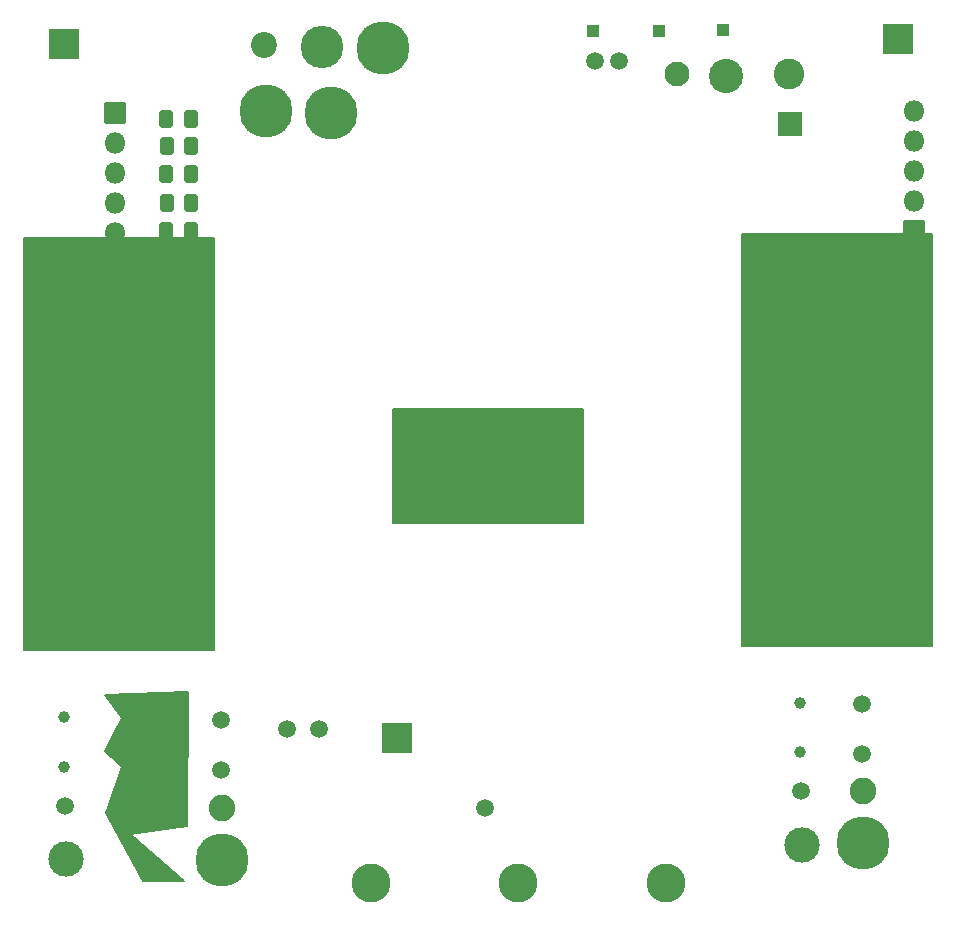
<source format=gts>
G04 #@! TF.GenerationSoftware,KiCad,Pcbnew,(6.0.7)*
G04 #@! TF.CreationDate,2022-09-27T00:45:36+02:00*
G04 #@! TF.ProjectId,hamodule,68616d6f-6475-46c6-952e-6b696361645f,20220918.20*
G04 #@! TF.SameCoordinates,Original*
G04 #@! TF.FileFunction,Soldermask,Top*
G04 #@! TF.FilePolarity,Negative*
%FSLAX46Y46*%
G04 Gerber Fmt 4.6, Leading zero omitted, Abs format (unit mm)*
G04 Created by KiCad (PCBNEW (6.0.7)) date 2022-09-27 00:45:36*
%MOMM*%
%LPD*%
G01*
G04 APERTURE LIST*
G04 Aperture macros list*
%AMRoundRect*
0 Rectangle with rounded corners*
0 $1 Rounding radius*
0 $2 $3 $4 $5 $6 $7 $8 $9 X,Y pos of 4 corners*
0 Add a 4 corners polygon primitive as box body*
4,1,4,$2,$3,$4,$5,$6,$7,$8,$9,$2,$3,0*
0 Add four circle primitives for the rounded corners*
1,1,$1+$1,$2,$3*
1,1,$1+$1,$4,$5*
1,1,$1+$1,$6,$7*
1,1,$1+$1,$8,$9*
0 Add four rect primitives between the rounded corners*
20,1,$1+$1,$2,$3,$4,$5,0*
20,1,$1+$1,$4,$5,$6,$7,0*
20,1,$1+$1,$6,$7,$8,$9,0*
20,1,$1+$1,$8,$9,$2,$3,0*%
G04 Aperture macros list end*
%ADD10C,0.150000*%
%ADD11RoundRect,0.050000X-1.250000X-1.250000X1.250000X-1.250000X1.250000X1.250000X-1.250000X1.250000X0*%
%ADD12C,1.500000*%
%ADD13RoundRect,0.050000X-0.500000X-0.500000X0.500000X-0.500000X0.500000X0.500000X-0.500000X0.500000X0*%
%ADD14RoundRect,0.050000X-1.000000X-1.000000X1.000000X-1.000000X1.000000X1.000000X-1.000000X1.000000X0*%
%ADD15C,3.600000*%
%ADD16C,2.700000*%
%ADD17RoundRect,0.050000X-0.850000X-0.850000X0.850000X-0.850000X0.850000X0.850000X-0.850000X0.850000X0*%
%ADD18O,1.800000X1.800000*%
%ADD19C,4.500000*%
%ADD20C,1.000000*%
%ADD21RoundRect,0.300000X-0.325000X-0.450000X0.325000X-0.450000X0.325000X0.450000X-0.325000X0.450000X0*%
%ADD22C,3.300000*%
%ADD23RoundRect,0.050000X0.850000X0.850000X-0.850000X0.850000X-0.850000X-0.850000X0.850000X-0.850000X0*%
%ADD24C,2.100000*%
%ADD25C,2.600000*%
%ADD26C,2.250000*%
%ADD27C,3.000000*%
%ADD28C,2.900000*%
%ADD29C,0.800000*%
%ADD30C,2.200000*%
G04 APERTURE END LIST*
D10*
G36*
X44100000Y-100500000D02*
G01*
X39300000Y-101200000D01*
X43900000Y-105200000D01*
X40400000Y-105200000D01*
X37300000Y-99400000D01*
X38600000Y-95500000D01*
X37200000Y-94200000D01*
X38600000Y-91400000D01*
X37200000Y-89400000D01*
X44200000Y-89200000D01*
X44100000Y-100500000D01*
G37*
X44100000Y-100500000D02*
X39300000Y-101200000D01*
X43900000Y-105200000D01*
X40400000Y-105200000D01*
X37300000Y-99400000D01*
X38600000Y-95500000D01*
X37200000Y-94200000D01*
X38600000Y-91400000D01*
X37200000Y-89400000D01*
X44200000Y-89200000D01*
X44100000Y-100500000D01*
X61550000Y-65200000D02*
X77650000Y-65200000D01*
X77650000Y-65200000D02*
X77650000Y-74900000D01*
X77650000Y-74900000D02*
X61550000Y-74900000D01*
X61550000Y-74900000D02*
X61550000Y-65200000D01*
G36*
X61550000Y-65200000D02*
G01*
X77650000Y-65200000D01*
X77650000Y-74900000D01*
X61550000Y-74900000D01*
X61550000Y-65200000D01*
G37*
X91092000Y-50433000D02*
X107192000Y-50433000D01*
X107192000Y-50433000D02*
X107192000Y-85333000D01*
X107192000Y-85333000D02*
X91092000Y-85333000D01*
X91092000Y-85333000D02*
X91092000Y-50433000D01*
G36*
X91092000Y-50433000D02*
G01*
X107192000Y-50433000D01*
X107192000Y-85333000D01*
X91092000Y-85333000D01*
X91092000Y-50433000D01*
G37*
X30308000Y-50722000D02*
X46408000Y-50722000D01*
X46408000Y-50722000D02*
X46408000Y-85622000D01*
X46408000Y-85622000D02*
X30308000Y-85622000D01*
X30308000Y-85622000D02*
X30308000Y-50722000D01*
G36*
X30308000Y-50722000D02*
G01*
X46408000Y-50722000D01*
X46408000Y-85622000D01*
X30308000Y-85622000D01*
X30308000Y-50722000D01*
G37*
D11*
X61900000Y-93100000D03*
X104300000Y-33900000D03*
X33700000Y-34300000D03*
D12*
X52600000Y-92300000D03*
D13*
X78500000Y-33200000D03*
D14*
X95200000Y-41100000D03*
D15*
X55600000Y-34600000D03*
D16*
X55600000Y-34600000D03*
D17*
X38076000Y-40175000D03*
D18*
X38076000Y-42715000D03*
X38076000Y-45255000D03*
X38076000Y-47795000D03*
X38076000Y-50335000D03*
D12*
X55300000Y-92300000D03*
D19*
X101350000Y-102000000D03*
D20*
X96050000Y-90100000D03*
D21*
X42409000Y-47752000D03*
X44459000Y-47752000D03*
X42409000Y-42926000D03*
X44459000Y-42926000D03*
D12*
X69400000Y-99000000D03*
D22*
X72200000Y-105400000D03*
X84700000Y-105400000D03*
X59700000Y-105400000D03*
D13*
X89500000Y-33100000D03*
D23*
X105664000Y-50146000D03*
D18*
X105664000Y-47606000D03*
X105664000Y-45066000D03*
X105664000Y-42526000D03*
X105664000Y-39986000D03*
D19*
X47100000Y-103400000D03*
D24*
X85600000Y-36900000D03*
D21*
X42400000Y-45339000D03*
X44450000Y-45339000D03*
D12*
X96150000Y-97600000D03*
D13*
X84100000Y-33200000D03*
D20*
X33700000Y-91300000D03*
D25*
X95100000Y-36900000D03*
D19*
X56300000Y-40200000D03*
D12*
X47000000Y-95800000D03*
D21*
X42400000Y-40640000D03*
X44450000Y-40640000D03*
X42400000Y-50165000D03*
X44450000Y-50165000D03*
D12*
X47000000Y-91600000D03*
D26*
X47100000Y-99000000D03*
D12*
X80700000Y-35800000D03*
X78700000Y-35800000D03*
X101250000Y-90200000D03*
D27*
X96250000Y-102100000D03*
D16*
X60700000Y-34700000D03*
D19*
X60700000Y-34700000D03*
D12*
X101250000Y-94400000D03*
D28*
X89800000Y-37000000D03*
D27*
X33900000Y-103300000D03*
D29*
X49633274Y-38833274D03*
X49633274Y-41166726D03*
X49150000Y-40000000D03*
D19*
X50800000Y-40000000D03*
D29*
X50800000Y-38350000D03*
X50800000Y-41650000D03*
X51966726Y-41166726D03*
X52450000Y-40000000D03*
X51966726Y-38833274D03*
D30*
X50700000Y-34400000D03*
D20*
X33700000Y-95500000D03*
D26*
X101350000Y-97600000D03*
D20*
X96050000Y-94300000D03*
D12*
X33800000Y-98800000D03*
M02*

</source>
